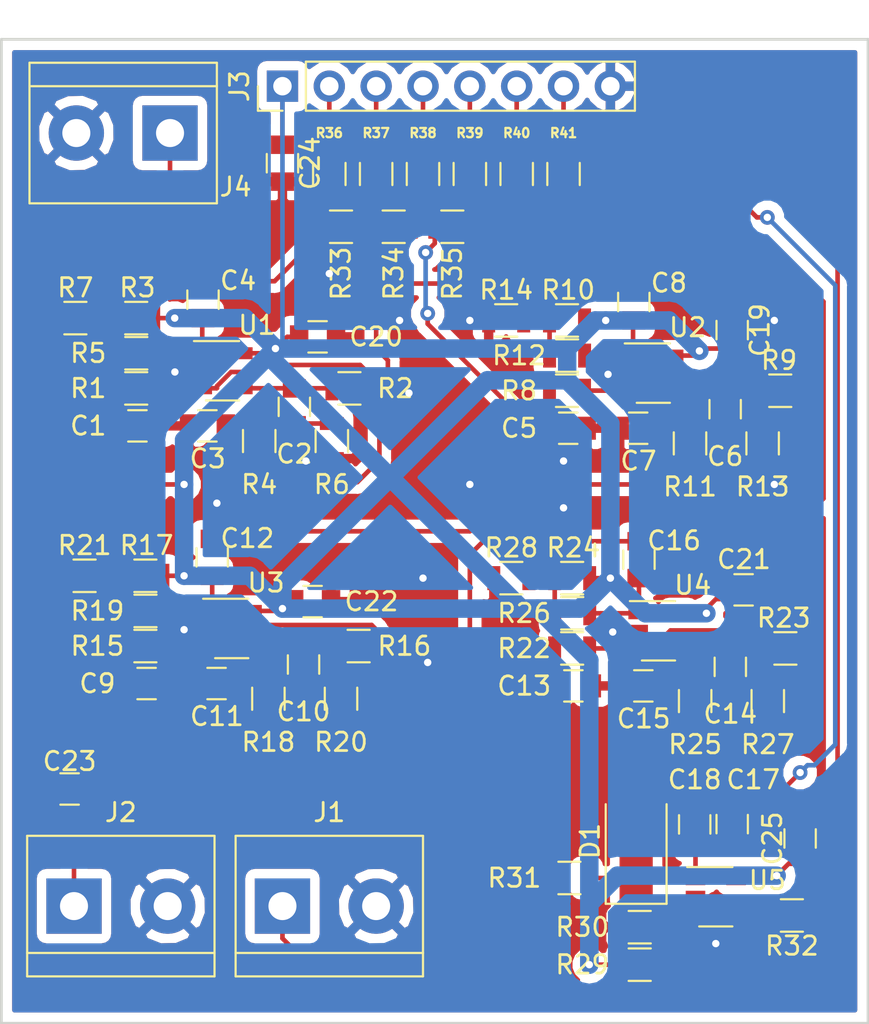
<source format=kicad_pcb>
(kicad_pcb (version 20171130) (host pcbnew "(5.0.0)")
  (layers (0 F.Cu signal) (31 B.Cu signal) (34 B.Paste user) (35 F.Paste user) (36 B.SilkS user) (37 F.SilkS user) (38 B.Mask user) (39 F.Mask user) (44 Edge.Cuts user))
  (net 0 "")
  (net 1 "Net-(C1-Pad1)")
  (net 2 "Net-(R1-Pad1)")
  (net 3 "Net-(C2-Pad2)")
  (net 4 "Net-(R3-Pad1)")
  (net 5 VCC)
  (net 6 INPUT2)
  (net 7 "Net-(C2-Pad1)")
  (net 8 "Net-(C4-Pad1)")
  (net 9 GND)
  (net 10 INPUT1)
  (net 11 "Net-(C5-Pad1)")
  (net 12 "Net-(C6-Pad1)")
  (net 13 "Net-(C6-Pad2)")
  (net 14 "Net-(C8-Pad1)")
  (net 15 "Net-(R8-Pad1)")
  (net 16 "Net-(R10-Pad1)")
  (net 17 "Net-(C9-Pad1)")
  (net 18 "Net-(C10-Pad1)")
  (net 19 "Net-(C10-Pad2)")
  (net 20 "Net-(C12-Pad1)")
  (net 21 "Net-(R15-Pad1)")
  (net 22 "Net-(R17-Pad1)")
  (net 23 "Net-(C13-Pad1)")
  (net 24 "Net-(C14-Pad2)")
  (net 25 "Net-(C14-Pad1)")
  (net 26 "Net-(C16-Pad1)")
  (net 27 "Net-(R22-Pad1)")
  (net 28 "Net-(R24-Pad1)")
  (net 29 INPUT3)
  (net 30 INPUT4)
  (net 31 OUTPUT)
  (net 32 "Net-(R29-Pad1)")
  (net 33 ENVOLPE)
  (net 34 "Net-(J3-Pad7)")
  (net 35 "Net-(J3-Pad6)")
  (net 36 "Net-(J3-Pad5)")
  (net 37 "Net-(J3-Pad4)")
  (net 38 "Net-(J3-Pad3)")
  (net 39 "Net-(J3-Pad2)")
  (net 40 GPIO)
  (module Capacitors_SMD:C_0805 (layer F.Cu) (at 138.947 103.632)
    (fp_text reference C15 (at 0.016 1.778) (layer F.SilkS))
    (fp_text value 1nF)
    (pad 1 smd rect (at -1 0) (size 1 1.25) (layers F.Cu F.Paste F.Mask) (net 9 GND))
    (pad 2 smd rect (at 1 0) (size 1 1.25) (layers F.Cu F.Paste F.Mask) (net 31 OUTPUT))
  )
  (module TO_SOT_Packages_SMD:SOT-23-5 (layer F.Cu) (at 139.768 100.645)
    (fp_text reference U4 (at 1.862 -2.474) (layer F.SilkS))
    (fp_text value LMV321)
    (pad 1 smd rect (at -1.1 -0.95) (size 1.06 0.65) (layers F.Cu F.Paste F.Mask) (net 26 "Net-(C16-Pad1)"))
    (pad 2 smd rect (at -1.1 0) (size 1.06 0.65) (layers F.Cu F.Paste F.Mask) (net 9 GND))
    (pad 3 smd rect (at -1.1 0.95) (size 1.06 0.65) (layers F.Cu F.Paste F.Mask) (net 27 "Net-(R22-Pad1)"))
    (pad 4 smd rect (at 1.1 0.95) (size 1.06 0.65) (layers F.Cu F.Paste F.Mask) (net 24 "Net-(C14-Pad2)"))
    (pad 5 smd rect (at 1.1 -0.95) (size 1.06 0.65) (layers F.Cu F.Paste F.Mask) (net 5 VCC))
  )
  (module Resistors_SMD:R_0805 (layer F.Cu) (at 131.79 97.79)
    (fp_text reference R28 (at 0 -1.65) (layer F.SilkS))
    (fp_text value 10k)
    (pad 1 smd rect (at -0.95 0) (size 0.7 1.3) (layers F.Cu F.Paste F.Mask) (net 9 GND))
    (pad 2 smd rect (at 0.95 0) (size 0.7 1.3) (layers F.Cu F.Paste F.Mask) (net 28 "Net-(R24-Pad1)"))
  )
  (module Resistors_SMD:R_0805 (layer F.Cu) (at 146.649 101.6)
    (fp_text reference R23 (at -0.091 -1.651) (layer F.SilkS))
    (fp_text value 10k)
    (pad 2 smd rect (at 0.95 0) (size 0.7 1.3) (layers F.Cu F.Paste F.Mask) (net 27 "Net-(R22-Pad1)"))
    (pad 1 smd rect (at -0.95 0) (size 0.7 1.3) (layers F.Cu F.Paste F.Mask) (net 24 "Net-(C14-Pad2)"))
  )
  (module Capacitors_SMD:C_0805 (layer F.Cu) (at 135.153 103.632)
    (fp_text reference C13 (at -2.667 0) (layer F.SilkS))
    (fp_text value 1uF)
    (pad 1 smd rect (at -1 0) (size 1 1.25) (layers F.Cu F.Paste F.Mask) (net 23 "Net-(C13-Pad1)"))
    (pad 2 smd rect (at 1 0) (size 1 1.25) (layers F.Cu F.Paste F.Mask) (net 9 GND))
  )
  (module Resistors_SMD:R_0805 (layer F.Cu) (at 145.694 104.455 90)
    (fp_text reference R27 (at -2.352 0 180) (layer F.SilkS))
    (fp_text value 5.6k)
    (pad 2 smd rect (at 0.95 0 90) (size 0.7 1.3) (layers F.Cu F.Paste F.Mask) (net 25 "Net-(C14-Pad1)"))
    (pad 1 smd rect (at -0.95 0 90) (size 0.7 1.3) (layers F.Cu F.Paste F.Mask) (net 9 GND))
  )
  (module Resistors_SMD:R_0805 (layer F.Cu) (at 135.087 97.79)
    (fp_text reference R24 (at 0.066 -1.651) (layer F.SilkS))
    (fp_text value 10k)
    (pad 2 smd rect (at 0.95 0) (size 0.7 1.3) (layers F.Cu F.Paste F.Mask) (net 5 VCC))
    (pad 1 smd rect (at -0.95 0) (size 0.7 1.3) (layers F.Cu F.Paste F.Mask) (net 28 "Net-(R24-Pad1)"))
  )
  (module Capacitors_SMD:C_0805 (layer F.Cu) (at 138.709 96.79 90)
    (fp_text reference C16 (at 1.032 1.905 180) (layer F.SilkS))
    (fp_text value 0.1uF)
    (pad 2 smd rect (at 1 0 90) (size 1 1.25) (layers F.Cu F.Paste F.Mask) (net 30 INPUT4))
    (pad 1 smd rect (at -1 0 90) (size 1 1.25) (layers F.Cu F.Paste F.Mask) (net 26 "Net-(C16-Pad1)"))
  )
  (module Resistors_SMD:R_0805 (layer F.Cu) (at 135.087 101.6 180)
    (fp_text reference R22 (at 2.601 0 180) (layer F.SilkS))
    (fp_text value 1k)
    (pad 1 smd rect (at -0.95 0 180) (size 0.7 1.3) (layers F.Cu F.Paste F.Mask) (net 27 "Net-(R22-Pad1)"))
    (pad 2 smd rect (at 0.95 0 180) (size 0.7 1.3) (layers F.Cu F.Paste F.Mask) (net 23 "Net-(C13-Pad1)"))
  )
  (module Resistors_SMD:R_0805 (layer F.Cu) (at 141.757 104.455 90)
    (fp_text reference R25 (at -2.352 0 180) (layer F.SilkS))
    (fp_text value 5k)
    (pad 1 smd rect (at -0.95 0 90) (size 0.7 1.3) (layers F.Cu F.Paste F.Mask) (net 25 "Net-(C14-Pad1)"))
    (pad 2 smd rect (at 0.95 0 90) (size 0.7 1.3) (layers F.Cu F.Paste F.Mask) (net 31 OUTPUT))
  )
  (module Resistors_SMD:R_0805 (layer F.Cu) (at 135.092 99.695 180)
    (fp_text reference R26 (at 2.606 0 180) (layer F.SilkS))
    (fp_text value 50k)
    (pad 1 smd rect (at -0.95 0 180) (size 0.7 1.3) (layers F.Cu F.Paste F.Mask) (net 26 "Net-(C16-Pad1)"))
    (pad 2 smd rect (at 0.95 0 180) (size 0.7 1.3) (layers F.Cu F.Paste F.Mask) (net 28 "Net-(R24-Pad1)"))
  )
  (module Capacitors_SMD:C_0805 (layer F.Cu) (at 143.662 102.6 90)
    (fp_text reference C14 (at -2.556 0 180) (layer F.SilkS))
    (fp_text value 1nF)
    (pad 2 smd rect (at 1 0 90) (size 1 1.25) (layers F.Cu F.Paste F.Mask) (net 24 "Net-(C14-Pad2)"))
    (pad 1 smd rect (at -1 0 90) (size 1 1.25) (layers F.Cu F.Paste F.Mask) (net 25 "Net-(C14-Pad1)"))
  )
  (module Capacitors_SMD:C_0805 (layer F.Cu) (at 115.808 103.505)
    (fp_text reference C11 (at 0.016 1.778) (layer F.SilkS))
    (fp_text value 1nF)
    (pad 2 smd rect (at 1 0) (size 1 1.25) (layers F.Cu F.Paste F.Mask) (net 30 INPUT4))
    (pad 1 smd rect (at -1 0) (size 1 1.25) (layers F.Cu F.Paste F.Mask) (net 9 GND))
  )
  (module Capacitors_SMD:C_0805 (layer F.Cu) (at 120.523 102.473 90)
    (fp_text reference C10 (at -2.556 0 180) (layer F.SilkS))
    (fp_text value 1nF)
    (pad 1 smd rect (at -1 0 90) (size 1 1.25) (layers F.Cu F.Paste F.Mask) (net 18 "Net-(C10-Pad1)"))
    (pad 2 smd rect (at 1 0 90) (size 1 1.25) (layers F.Cu F.Paste F.Mask) (net 19 "Net-(C10-Pad2)"))
  )
  (module Resistors_SMD:R_0805 (layer F.Cu) (at 111.953 99.568 180)
    (fp_text reference R19 (at 2.606 0 180) (layer F.SilkS))
    (fp_text value 50k)
    (pad 2 smd rect (at 0.95 0 180) (size 0.7 1.3) (layers F.Cu F.Paste F.Mask) (net 22 "Net-(R17-Pad1)"))
    (pad 1 smd rect (at -0.95 0 180) (size 0.7 1.3) (layers F.Cu F.Paste F.Mask) (net 20 "Net-(C12-Pad1)"))
  )
  (module Capacitors_SMD:C_0805 (layer F.Cu) (at 112.014 103.505)
    (fp_text reference C9 (at -2.667 0) (layer F.SilkS))
    (fp_text value 1uF)
    (pad 2 smd rect (at 1 0) (size 1 1.25) (layers F.Cu F.Paste F.Mask) (net 9 GND))
    (pad 1 smd rect (at -1 0) (size 1 1.25) (layers F.Cu F.Paste F.Mask) (net 17 "Net-(C9-Pad1)"))
  )
  (module Resistors_SMD:R_0805 (layer F.Cu) (at 111.948 101.473 180)
    (fp_text reference R15 (at 2.601 0 180) (layer F.SilkS))
    (fp_text value 1k)
    (pad 2 smd rect (at 0.95 0 180) (size 0.7 1.3) (layers F.Cu F.Paste F.Mask) (net 17 "Net-(C9-Pad1)"))
    (pad 1 smd rect (at -0.95 0 180) (size 0.7 1.3) (layers F.Cu F.Paste F.Mask) (net 21 "Net-(R15-Pad1)"))
  )
  (module Resistors_SMD:R_0805 (layer F.Cu) (at 118.618 104.328 90)
    (fp_text reference R18 (at -2.352 0 180) (layer F.SilkS))
    (fp_text value 5k)
    (pad 2 smd rect (at 0.95 0 90) (size 0.7 1.3) (layers F.Cu F.Paste F.Mask) (net 30 INPUT4))
    (pad 1 smd rect (at -0.95 0 90) (size 0.7 1.3) (layers F.Cu F.Paste F.Mask) (net 18 "Net-(C10-Pad1)"))
  )
  (module Resistors_SMD:R_0805 (layer F.Cu) (at 108.651 97.663)
    (fp_text reference R21 (at 0 -1.65) (layer F.SilkS))
    (fp_text value 10k)
    (pad 2 smd rect (at 0.95 0) (size 0.7 1.3) (layers F.Cu F.Paste F.Mask) (net 22 "Net-(R17-Pad1)"))
    (pad 1 smd rect (at -0.95 0) (size 0.7 1.3) (layers F.Cu F.Paste F.Mask) (net 9 GND))
  )
  (module Resistors_SMD:R_0805 (layer F.Cu) (at 122.555 104.328 90)
    (fp_text reference R20 (at -2.352 0 180) (layer F.SilkS))
    (fp_text value 5.6k)
    (pad 1 smd rect (at -0.95 0 90) (size 0.7 1.3) (layers F.Cu F.Paste F.Mask) (net 9 GND))
    (pad 2 smd rect (at 0.95 0 90) (size 0.7 1.3) (layers F.Cu F.Paste F.Mask) (net 18 "Net-(C10-Pad1)"))
  )
  (module Resistors_SMD:R_0805 (layer F.Cu) (at 111.948 97.663)
    (fp_text reference R17 (at 0.066 -1.651) (layer F.SilkS))
    (fp_text value 10k)
    (pad 1 smd rect (at -0.95 0) (size 0.7 1.3) (layers F.Cu F.Paste F.Mask) (net 22 "Net-(R17-Pad1)"))
    (pad 2 smd rect (at 0.95 0) (size 0.7 1.3) (layers F.Cu F.Paste F.Mask) (net 5 VCC))
  )
  (module Capacitors_SMD:C_0805 (layer F.Cu) (at 115.57 96.663 90)
    (fp_text reference C12 (at 1.032 1.905 180) (layer F.SilkS))
    (fp_text value 0.1uF)
    (pad 1 smd rect (at -1 0 90) (size 1 1.25) (layers F.Cu F.Paste F.Mask) (net 20 "Net-(C12-Pad1)"))
    (pad 2 smd rect (at 1 0 90) (size 1 1.25) (layers F.Cu F.Paste F.Mask) (net 29 INPUT3))
  )
  (module Resistors_SMD:R_0805 (layer F.Cu) (at 123.51 101.473)
    (fp_text reference R16 (at 2.479 0) (layer F.SilkS))
    (fp_text value 10k)
    (pad 1 smd rect (at -0.95 0) (size 0.7 1.3) (layers F.Cu F.Paste F.Mask) (net 19 "Net-(C10-Pad2)"))
    (pad 2 smd rect (at 0.95 0) (size 0.7 1.3) (layers F.Cu F.Paste F.Mask) (net 21 "Net-(R15-Pad1)"))
  )
  (module TO_SOT_Packages_SMD:SOT-23-5 (layer F.Cu) (at 116.629 100.518)
    (fp_text reference U3 (at 1.862 -2.474) (layer F.SilkS))
    (fp_text value LMV321)
    (pad 5 smd rect (at 1.1 -0.95) (size 1.06 0.65) (layers F.Cu F.Paste F.Mask) (net 5 VCC))
    (pad 4 smd rect (at 1.1 0.95) (size 1.06 0.65) (layers F.Cu F.Paste F.Mask) (net 19 "Net-(C10-Pad2)"))
    (pad 3 smd rect (at -1.1 0.95) (size 1.06 0.65) (layers F.Cu F.Paste F.Mask) (net 21 "Net-(R15-Pad1)"))
    (pad 2 smd rect (at -1.1 0) (size 1.06 0.65) (layers F.Cu F.Paste F.Mask) (net 9 GND))
    (pad 1 smd rect (at -1.1 -0.95) (size 1.06 0.65) (layers F.Cu F.Paste F.Mask) (net 20 "Net-(C12-Pad1)"))
  )
  (module Capacitors_SMD:C_0805 (layer F.Cu) (at 138.668 89.662)
    (fp_text reference C7 (at 0.016 1.778) (layer F.SilkS))
    (fp_text value 1nF)
    (pad 1 smd rect (at -1 0) (size 1 1.25) (layers F.Cu F.Paste F.Mask) (net 9 GND))
    (pad 2 smd rect (at 1 0) (size 1 1.25) (layers F.Cu F.Paste F.Mask) (net 29 INPUT3))
  )
  (module Capacitors_SMD:C_0805 (layer F.Cu) (at 143.383 88.63 90)
    (fp_text reference C6 (at -2.556 0 180) (layer F.SilkS))
    (fp_text value 1nF)
    (pad 2 smd rect (at 1 0 90) (size 1 1.25) (layers F.Cu F.Paste F.Mask) (net 13 "Net-(C6-Pad2)"))
    (pad 1 smd rect (at -1 0 90) (size 1 1.25) (layers F.Cu F.Paste F.Mask) (net 12 "Net-(C6-Pad1)"))
  )
  (module Capacitors_SMD:C_0805 (layer F.Cu) (at 138.43 82.82 90)
    (fp_text reference C8 (at 1.032 1.905 180) (layer F.SilkS))
    (fp_text value 0.1uF)
    (pad 2 smd rect (at 1 0 90) (size 1 1.25) (layers F.Cu F.Paste F.Mask) (net 6 INPUT2))
    (pad 1 smd rect (at -1 0 90) (size 1 1.25) (layers F.Cu F.Paste F.Mask) (net 14 "Net-(C8-Pad1)"))
  )
  (module Capacitors_SMD:C_0805 (layer F.Cu) (at 134.874 89.662)
    (fp_text reference C5 (at -2.667 0) (layer F.SilkS))
    (fp_text value 1uF)
    (pad 1 smd rect (at -1 0) (size 1 1.25) (layers F.Cu F.Paste F.Mask) (net 11 "Net-(C5-Pad1)"))
    (pad 2 smd rect (at 1 0) (size 1 1.25) (layers F.Cu F.Paste F.Mask) (net 9 GND))
  )
  (module TO_SOT_Packages_SMD:SOT-23-5 (layer F.Cu) (at 139.489 86.675)
    (fp_text reference U2 (at 1.862 -2.474) (layer F.SilkS))
    (fp_text value LMV321)
    (pad 1 smd rect (at -1.1 -0.95) (size 1.06 0.65) (layers F.Cu F.Paste F.Mask) (net 14 "Net-(C8-Pad1)"))
    (pad 2 smd rect (at -1.1 0) (size 1.06 0.65) (layers F.Cu F.Paste F.Mask) (net 9 GND))
    (pad 3 smd rect (at -1.1 0.95) (size 1.06 0.65) (layers F.Cu F.Paste F.Mask) (net 15 "Net-(R8-Pad1)"))
    (pad 4 smd rect (at 1.1 0.95) (size 1.06 0.65) (layers F.Cu F.Paste F.Mask) (net 13 "Net-(C6-Pad2)"))
    (pad 5 smd rect (at 1.1 -0.95) (size 1.06 0.65) (layers F.Cu F.Paste F.Mask) (net 5 VCC))
  )
  (module Resistors_SMD:R_0805 (layer F.Cu) (at 131.511 83.82)
    (fp_text reference R14 (at 0 -1.65) (layer F.SilkS))
    (fp_text value 10k)
    (pad 1 smd rect (at -0.95 0) (size 0.7 1.3) (layers F.Cu F.Paste F.Mask) (net 9 GND))
    (pad 2 smd rect (at 0.95 0) (size 0.7 1.3) (layers F.Cu F.Paste F.Mask) (net 16 "Net-(R10-Pad1)"))
  )
  (module Resistors_SMD:R_0805 (layer F.Cu) (at 134.808 83.82)
    (fp_text reference R10 (at 0.066 -1.651) (layer F.SilkS))
    (fp_text value 10k)
    (pad 2 smd rect (at 0.95 0) (size 0.7 1.3) (layers F.Cu F.Paste F.Mask) (net 5 VCC))
    (pad 1 smd rect (at -0.95 0) (size 0.7 1.3) (layers F.Cu F.Paste F.Mask) (net 16 "Net-(R10-Pad1)"))
  )
  (module Resistors_SMD:R_0805 (layer F.Cu) (at 141.478 90.485 90)
    (fp_text reference R11 (at -2.352 0 180) (layer F.SilkS))
    (fp_text value 5k)
    (pad 1 smd rect (at -0.95 0 90) (size 0.7 1.3) (layers F.Cu F.Paste F.Mask) (net 12 "Net-(C6-Pad1)"))
    (pad 2 smd rect (at 0.95 0 90) (size 0.7 1.3) (layers F.Cu F.Paste F.Mask) (net 29 INPUT3))
  )
  (module Resistors_SMD:R_0805 (layer F.Cu) (at 134.808 87.63 180)
    (fp_text reference R8 (at 2.601 0 180) (layer F.SilkS))
    (fp_text value 1k)
    (pad 1 smd rect (at -0.95 0 180) (size 0.7 1.3) (layers F.Cu F.Paste F.Mask) (net 15 "Net-(R8-Pad1)"))
    (pad 2 smd rect (at 0.95 0 180) (size 0.7 1.3) (layers F.Cu F.Paste F.Mask) (net 11 "Net-(C5-Pad1)"))
  )
  (module Resistors_SMD:R_0805 (layer F.Cu) (at 146.37 87.63)
    (fp_text reference R9 (at -0.066 -1.651) (layer F.SilkS))
    (fp_text value 10k)
    (pad 2 smd rect (at 0.95 0) (size 0.7 1.3) (layers F.Cu F.Paste F.Mask) (net 15 "Net-(R8-Pad1)"))
    (pad 1 smd rect (at -0.95 0) (size 0.7 1.3) (layers F.Cu F.Paste F.Mask) (net 13 "Net-(C6-Pad2)"))
  )
  (module Resistors_SMD:R_0805 (layer F.Cu) (at 134.813 85.725 180)
    (fp_text reference R12 (at 2.606 0 180) (layer F.SilkS))
    (fp_text value 50k)
    (pad 1 smd rect (at -0.95 0 180) (size 0.7 1.3) (layers F.Cu F.Paste F.Mask) (net 14 "Net-(C8-Pad1)"))
    (pad 2 smd rect (at 0.95 0 180) (size 0.7 1.3) (layers F.Cu F.Paste F.Mask) (net 16 "Net-(R10-Pad1)"))
  )
  (module Resistors_SMD:R_0805 (layer F.Cu) (at 145.415 90.485 90)
    (fp_text reference R13 (at -2.352 0 180) (layer F.SilkS))
    (fp_text value 5.6k)
    (pad 2 smd rect (at 0.95 0 90) (size 0.7 1.3) (layers F.Cu F.Paste F.Mask) (net 12 "Net-(C6-Pad1)"))
    (pad 1 smd rect (at -0.95 0 90) (size 0.7 1.3) (layers F.Cu F.Paste F.Mask) (net 9 GND))
  )
  (module Resistors_SMD:R_0805 (layer F.Cu) (at 111.45 87.503 180)
    (fp_text reference R1 (at 2.601 0 180) (layer F.SilkS))
    (fp_text value 1k)
    (pad 2 smd rect (at 0.95 0 180) (size 0.7 1.3) (layers F.Cu F.Paste F.Mask) (net 1 "Net-(C1-Pad1)"))
    (pad 1 smd rect (at -0.95 0 180) (size 0.7 1.3) (layers F.Cu F.Paste F.Mask) (net 2 "Net-(R1-Pad1)"))
  )
  (module Resistors_SMD:R_0805 (layer F.Cu) (at 123.012 87.503)
    (fp_text reference R2 (at 2.479 0) (layer F.SilkS))
    (fp_text value 10k)
    (pad 1 smd rect (at -0.95 0) (size 0.7 1.3) (layers F.Cu F.Paste F.Mask) (net 3 "Net-(C2-Pad2)"))
    (pad 2 smd rect (at 0.95 0) (size 0.7 1.3) (layers F.Cu F.Paste F.Mask) (net 2 "Net-(R1-Pad1)"))
  )
  (module Resistors_SMD:R_0805 (layer F.Cu) (at 111.45 83.693)
    (fp_text reference R3 (at 0.066 -1.651) (layer F.SilkS))
    (fp_text value 10k)
    (pad 1 smd rect (at -0.95 0) (size 0.7 1.3) (layers F.Cu F.Paste F.Mask) (net 4 "Net-(R3-Pad1)"))
    (pad 2 smd rect (at 0.95 0) (size 0.7 1.3) (layers F.Cu F.Paste F.Mask) (net 5 VCC))
  )
  (module Resistors_SMD:R_0805 (layer F.Cu) (at 118.12 90.358 90)
    (fp_text reference R4 (at -2.352 0 180) (layer F.SilkS))
    (fp_text value 5k)
    (pad 2 smd rect (at 0.95 0 90) (size 0.7 1.3) (layers F.Cu F.Paste F.Mask) (net 6 INPUT2))
    (pad 1 smd rect (at -0.95 0 90) (size 0.7 1.3) (layers F.Cu F.Paste F.Mask) (net 7 "Net-(C2-Pad1)"))
  )
  (module Resistors_SMD:R_0805 (layer F.Cu) (at 111.455 85.598 180)
    (fp_text reference R5 (at 2.606 0 180) (layer F.SilkS))
    (fp_text value 50k)
    (pad 2 smd rect (at 0.95 0 180) (size 0.7 1.3) (layers F.Cu F.Paste F.Mask) (net 4 "Net-(R3-Pad1)"))
    (pad 1 smd rect (at -0.95 0 180) (size 0.7 1.3) (layers F.Cu F.Paste F.Mask) (net 8 "Net-(C4-Pad1)"))
  )
  (module Resistors_SMD:R_0805 (layer F.Cu) (at 122.057 90.358 90)
    (fp_text reference R6 (at -2.352 0 180) (layer F.SilkS))
    (fp_text value 5.6k)
    (pad 1 smd rect (at -0.95 0 90) (size 0.7 1.3) (layers F.Cu F.Paste F.Mask) (net 9 GND))
    (pad 2 smd rect (at 0.95 0 90) (size 0.7 1.3) (layers F.Cu F.Paste F.Mask) (net 7 "Net-(C2-Pad1)"))
  )
  (module Resistors_SMD:R_0805 (layer F.Cu) (at 108.153 83.693)
    (fp_text reference R7 (at 0 -1.65) (layer F.SilkS))
    (fp_text value 10k)
    (pad 2 smd rect (at 0.95 0) (size 0.7 1.3) (layers F.Cu F.Paste F.Mask) (net 4 "Net-(R3-Pad1)"))
    (pad 1 smd rect (at -0.95 0) (size 0.7 1.3) (layers F.Cu F.Paste F.Mask) (net 9 GND))
  )
  (module TO_SOT_Packages_SMD:SOT-23-5 (layer F.Cu) (at 116.131 86.548)
    (fp_text reference U1 (at 1.862 -2.474) (layer F.SilkS))
    (fp_text value LMV321)
    (pad 5 smd rect (at 1.1 -0.95) (size 1.06 0.65) (layers F.Cu F.Paste F.Mask) (net 5 VCC))
    (pad 4 smd rect (at 1.1 0.95) (size 1.06 0.65) (layers F.Cu F.Paste F.Mask) (net 3 "Net-(C2-Pad2)"))
    (pad 3 smd rect (at -1.1 0.95) (size 1.06 0.65) (layers F.Cu F.Paste F.Mask) (net 2 "Net-(R1-Pad1)"))
    (pad 2 smd rect (at -1.1 0) (size 1.06 0.65) (layers F.Cu F.Paste F.Mask) (net 9 GND))
    (pad 1 smd rect (at -1.1 -0.95) (size 1.06 0.65) (layers F.Cu F.Paste F.Mask) (net 8 "Net-(C4-Pad1)"))
  )
  (module Capacitors_SMD:C_0805 (layer F.Cu) (at 111.516 89.535)
    (fp_text reference C1 (at -2.667 0) (layer F.SilkS))
    (fp_text value 1uF)
    (pad 2 smd rect (at 1 0) (size 1 1.25) (layers F.Cu F.Paste F.Mask) (net 9 GND))
    (pad 1 smd rect (at -1 0) (size 1 1.25) (layers F.Cu F.Paste F.Mask) (net 1 "Net-(C1-Pad1)"))
  )
  (module Capacitors_SMD:C_0805 (layer F.Cu) (at 120.025 88.503 90)
    (fp_text reference C2 (at -2.556 0 180) (layer F.SilkS))
    (fp_text value 1nF)
    (pad 1 smd rect (at -1 0 90) (size 1 1.25) (layers F.Cu F.Paste F.Mask) (net 7 "Net-(C2-Pad1)"))
    (pad 2 smd rect (at 1 0 90) (size 1 1.25) (layers F.Cu F.Paste F.Mask) (net 3 "Net-(C2-Pad2)"))
  )
  (module Capacitors_SMD:C_0805 (layer F.Cu) (at 115.31 89.535)
    (fp_text reference C3 (at 0.016 1.778) (layer F.SilkS))
    (fp_text value 1nF)
    (pad 2 smd rect (at 1 0) (size 1 1.25) (layers F.Cu F.Paste F.Mask) (net 6 INPUT2))
    (pad 1 smd rect (at -1 0) (size 1 1.25) (layers F.Cu F.Paste F.Mask) (net 9 GND))
  )
  (module Capacitors_SMD:C_0805 (layer F.Cu) (at 115.072 82.693 90)
    (fp_text reference C4 (at 1.032 1.905 180) (layer F.SilkS))
    (fp_text value 0.1uF)
    (pad 1 smd rect (at -1 0 90) (size 1 1.25) (layers F.Cu F.Paste F.Mask) (net 8 "Net-(C4-Pad1)"))
    (pad 2 smd rect (at 1 0 90) (size 1 1.25) (layers F.Cu F.Paste F.Mask) (net 10 INPUT1))
  )
  (module Capacitors_SMD:C_0805 (layer F.Cu) (at 143.764 111.125 270)
    (fp_text reference C17 (at -2.413 -1.143) (layer F.SilkS))
    (fp_text value 1nF)
    (pad 1 smd rect (at -1 0 270) (size 1 1.25) (layers F.Cu F.Paste F.Mask) (net 9 GND))
    (pad 2 smd rect (at 1 0 270) (size 1 1.25) (layers F.Cu F.Paste F.Mask) (net 33 ENVOLPE))
  )
  (module Capacitors_SMD:C_0805 (layer F.Cu) (at 141.732 111.141 270)
    (fp_text reference C18 (at -2.429 0 180) (layer F.SilkS))
    (fp_text value 0.1uF)
    (pad 2 smd rect (at 1 0 270) (size 1 1.25) (layers F.Cu F.Paste F.Mask) (net 33 ENVOLPE))
    (pad 1 smd rect (at -1 0 270) (size 1 1.25) (layers F.Cu F.Paste F.Mask) (net 9 GND))
  )
  (module Diodes_SMD:D_SMA (layer F.Cu) (at 138.557 112.046 90)
    (fp_text reference D1 (at 0 -2.5 90) (layer F.SilkS))
    (fp_text value D)
    (pad 2 smd rect (at 2 0 90) (size 2.5 1.8) (layers F.Cu F.Paste F.Mask) (net 31 OUTPUT))
    (pad 1 smd rect (at -2 0 90) (size 2.5 1.8) (layers F.Cu F.Paste F.Mask) (net 33 ENVOLPE))
  )
  (module Resistors_SMD:R_0805 (layer F.Cu) (at 138.75 118.745 180)
    (fp_text reference R29 (at 3.114 0 180) (layer F.SilkS))
    (fp_text value 70k)
    (pad 2 smd rect (at 0.95 0 180) (size 0.7 1.3) (layers F.Cu F.Paste F.Mask) (net 5 VCC))
    (pad 1 smd rect (at -0.95 0 180) (size 0.7 1.3) (layers F.Cu F.Paste F.Mask) (net 32 "Net-(R29-Pad1)"))
  )
  (module Resistors_SMD:R_0805 (layer F.Cu) (at 138.75 116.713)
    (fp_text reference R30 (at -3.114 0) (layer F.SilkS))
    (fp_text value 100k)
    (pad 1 smd rect (at -0.95 0) (size 0.7 1.3) (layers F.Cu F.Paste F.Mask) (net 9 GND))
    (pad 2 smd rect (at 0.95 0) (size 0.7 1.3) (layers F.Cu F.Paste F.Mask) (net 32 "Net-(R29-Pad1)"))
  )
  (module Resistors_SMD:R_0805 (layer F.Cu) (at 134.94 114.046)
    (fp_text reference R31 (at -2.987 0) (layer F.SilkS))
    (fp_text value 100k)
    (pad 2 smd rect (at 0.95 0) (size 0.7 1.3) (layers F.Cu F.Paste F.Mask) (net 33 ENVOLPE))
    (pad 1 smd rect (at -0.95 0) (size 0.7 1.3) (layers F.Cu F.Paste F.Mask) (net 9 GND))
  )
  (module Resistors_SMD:R_0805 (layer F.Cu) (at 147 116.078 180)
    (fp_text reference R32 (at 0 -1.65 180) (layer F.SilkS))
    (fp_text value 100k)
    (pad 1 smd rect (at -0.95 0 180) (size 0.7 1.3) (layers F.Cu F.Paste F.Mask) (net 9 GND))
    (pad 2 smd rect (at 0.95 0 180) (size 0.7 1.3) (layers F.Cu F.Paste F.Mask) (net 40 GPIO))
  )
  (module TO_SOT_Packages_SMD:SOT-23-5 (layer F.Cu) (at 142.875 115.062)
    (fp_text reference U5 (at 2.794 -0.889) (layer F.SilkS))
    (fp_text value LMV321)
    (pad 5 smd rect (at 1.1 -0.95) (size 1.06 0.65) (layers F.Cu F.Paste F.Mask) (net 5 VCC))
    (pad 4 smd rect (at 1.1 0.95) (size 1.06 0.65) (layers F.Cu F.Paste F.Mask) (net 40 GPIO))
    (pad 3 smd rect (at -1.1 0.95) (size 1.06 0.65) (layers F.Cu F.Paste F.Mask) (net 32 "Net-(R29-Pad1)"))
    (pad 2 smd rect (at -1.1 0) (size 1.06 0.65) (layers F.Cu F.Paste F.Mask) (net 9 GND))
    (pad 1 smd rect (at -1.1 -0.95) (size 1.06 0.65) (layers F.Cu F.Paste F.Mask) (net 33 ENVOLPE))
  )
  (module Capacitors_SMD:C_0805 (layer F.Cu) (at 143.764 84.344 270)
    (fp_text reference C19 (at 0 -1.5 270) (layer F.SilkS))
    (fp_text value 1nF)
    (pad 2 smd rect (at 1 0 270) (size 1 1.25) (layers F.Cu F.Paste F.Mask) (net 5 VCC))
    (pad 1 smd rect (at -1 0 270) (size 1 1.25) (layers F.Cu F.Paste F.Mask) (net 9 GND))
  )
  (module Capacitors_SMD:C_0805 (layer F.Cu) (at 121.285 84.709 180)
    (fp_text reference C20 (at -3.175 0 180) (layer F.SilkS))
    (fp_text value 1nF)
    (pad 1 smd rect (at -1 0 180) (size 1 1.25) (layers F.Cu F.Paste F.Mask) (net 9 GND))
    (pad 2 smd rect (at 1 0 180) (size 1 1.25) (layers F.Cu F.Paste F.Mask) (net 5 VCC))
  )
  (module Capacitors_SMD:C_0805 (layer F.Cu) (at 144.383 98.425 180)
    (fp_text reference C21 (at -0.016 1.651 180) (layer F.SilkS))
    (fp_text value 1nF)
    (pad 2 smd rect (at 1 0 180) (size 1 1.25) (layers F.Cu F.Paste F.Mask) (net 5 VCC))
    (pad 1 smd rect (at -1 0 180) (size 1 1.25) (layers F.Cu F.Paste F.Mask) (net 9 GND))
  )
  (module Capacitors_SMD:C_0805 (layer F.Cu) (at 121.015 99.06 180)
    (fp_text reference C22 (at -3.191 0 180) (layer F.SilkS))
    (fp_text value 1nF)
    (pad 2 smd rect (at 1 0 180) (size 1 1.25) (layers F.Cu F.Paste F.Mask) (net 5 VCC))
    (pad 1 smd rect (at -1 0 180) (size 1 1.25) (layers F.Cu F.Paste F.Mask) (net 9 GND))
  )
  (module Capacitors_SMD:C_0805 (layer F.Cu) (at 107.839 109.22)
    (fp_text reference C23 (at 0 -1.5) (layer F.SilkS))
    (fp_text value 0.1uF)
    (pad 1 smd rect (at -1 0) (size 1 1.25) (layers F.Cu F.Paste F.Mask) (net 5 VCC))
    (pad 2 smd rect (at 1 0) (size 1 1.25) (layers F.Cu F.Paste F.Mask) (net 9 GND))
  )
  (module Capacitors_SMD:C_0805 (layer F.Cu) (at 119.38 75.295 270)
    (fp_text reference C24 (at 0 -1.5 270) (layer F.SilkS))
    (fp_text value 0.1uF)
    (pad 2 smd rect (at 1 0 270) (size 1 1.25) (layers F.Cu F.Paste F.Mask) (net 9 GND))
    (pad 1 smd rect (at -1 0 270) (size 1 1.25) (layers F.Cu F.Paste F.Mask) (net 5 VCC))
  )
  (module Capacitors_SMD:C_0805 (layer F.Cu) (at 147.447 111.903 90)
    (fp_text reference C25 (at 0 -1.5 90) (layer F.SilkS))
    (fp_text value 0.1uF)
    (pad 1 smd rect (at -1 0 90) (size 1 1.25) (layers F.Cu F.Paste F.Mask) (net 5 VCC))
    (pad 2 smd rect (at 1 0 90) (size 1 1.25) (layers F.Cu F.Paste F.Mask) (net 9 GND))
  )
  (module Connectors_Terminal_Blocks:TerminalBlock_bornier-2_P5.08mm (layer F.Cu) (at 108.077 115.57)
    (fp_text reference J2 (at 2.54 -5.08) (layer F.SilkS))
    (fp_text value Conn_01x02)
    (pad 1 thru_hole rect (at 0 0) (size 3 3) (drill 1.52) (layers *.Cu *.Mask) (net 5 VCC))
    (pad 2 thru_hole circle (at 5.08 0) (size 3 3) (drill 1.52) (layers *.Cu *.Mask) (net 9 GND))
  )
  (module Pin_Headers:Pin_Header_Straight_1x08_Pitch2.54mm (layer F.Cu) (at 119.38 71.12 90)
    (fp_text reference J3 (at 0 -2.33 90) (layer F.SilkS))
    (fp_text value Conn_01x06)
    (pad 8 thru_hole oval (at 0 17.78 90) (size 1.7 1.7) (drill 1) (layers *.Cu *.Mask) (net 9 GND))
    (pad 7 thru_hole oval (at 0 15.24 90) (size 1.7 1.7) (drill 1) (layers *.Cu *.Mask) (net 34 "Net-(J3-Pad7)"))
    (pad 6 thru_hole oval (at 0 12.7 90) (size 1.7 1.7) (drill 1) (layers *.Cu *.Mask) (net 35 "Net-(J3-Pad6)"))
    (pad 5 thru_hole oval (at 0 10.16 90) (size 1.7 1.7) (drill 1) (layers *.Cu *.Mask) (net 36 "Net-(J3-Pad5)"))
    (pad 4 thru_hole oval (at 0 7.62 90) (size 1.7 1.7) (drill 1) (layers *.Cu *.Mask) (net 37 "Net-(J3-Pad4)"))
    (pad 3 thru_hole oval (at 0 5.08 90) (size 1.7 1.7) (drill 1) (layers *.Cu *.Mask) (net 38 "Net-(J3-Pad3)"))
    (pad 2 thru_hole oval (at 0 2.54 90) (size 1.7 1.7) (drill 1) (layers *.Cu *.Mask) (net 39 "Net-(J3-Pad2)"))
    (pad 1 thru_hole rect (at 0 0 90) (size 1.7 1.7) (drill 1) (layers *.Cu *.Mask) (net 5 VCC))
  )
  (module Connectors_Terminal_Blocks:TerminalBlock_bornier-2_P5.08mm (layer F.Cu) (at 113.284 73.66 180)
    (fp_text reference J4 (at -3.556 -2.921 180) (layer F.SilkS))
    (fp_text value Conn_01x02)
    (pad 2 thru_hole circle (at 5.08 0 180) (size 3 3) (drill 1.52) (layers *.Cu *.Mask) (net 9 GND))
    (pad 1 thru_hole rect (at 0 0 180) (size 3 3) (drill 1.52) (layers *.Cu *.Mask) (net 10 INPUT1))
  )
  (module Resistors_SMD:R_0805 (layer F.Cu) (at 122.555 78.74 180)
    (fp_text reference R33 (at 0 -2.54 270) (layer F.SilkS))
    (fp_text value 0)
    (pad 2 smd rect (at 0.95 0 180) (size 0.7 1.3) (layers F.Cu F.Paste F.Mask) (net 10 INPUT1))
    (pad 1 smd rect (at -0.95 0 180) (size 0.7 1.3) (layers F.Cu F.Paste F.Mask) (net 6 INPUT2))
  )
  (module Resistors_SMD:R_0805 (layer F.Cu) (at 125.41 78.74 180)
    (fp_text reference R34 (at 0 -2.54 270) (layer F.SilkS))
    (fp_text value 0)
    (pad 1 smd rect (at -0.95 0 180) (size 0.7 1.3) (layers F.Cu F.Paste F.Mask) (net 29 INPUT3))
    (pad 2 smd rect (at 0.95 0 180) (size 0.7 1.3) (layers F.Cu F.Paste F.Mask) (net 6 INPUT2))
  )
  (module Resistors_SMD:R_0805 (layer F.Cu) (at 128.59 78.74 180)
    (fp_text reference R35 (at 0 -2.54 270) (layer F.SilkS))
    (fp_text value 0)
    (pad 2 smd rect (at 0.95 0 180) (size 0.7 1.3) (layers F.Cu F.Paste F.Mask) (net 29 INPUT3))
    (pad 1 smd rect (at -0.95 0 180) (size 0.7 1.3) (layers F.Cu F.Paste F.Mask) (net 30 INPUT4))
  )
  (module Resistors_SMD:R_0805 (layer F.Cu) (at 121.92 75.88 270)
    (fp_text reference R36 (at -2.22 0) (layer F.SilkS) (effects (font (size 0.5 0.5) (thickness 0.125))))
    (fp_text value 1k)
    (pad 1 smd rect (at -0.95 0 270) (size 0.7 1.3) (layers F.Cu F.Paste F.Mask) (net 39 "Net-(J3-Pad2)"))
    (pad 2 smd rect (at 0.95 0 270) (size 0.7 1.3) (layers F.Cu F.Paste F.Mask) (net 10 INPUT1))
  )
  (module Resistors_SMD:R_0805 (layer F.Cu) (at 124.46 75.88 270)
    (fp_text reference R37 (at -2.22 0) (layer F.SilkS) (effects (font (size 0.5 0.5) (thickness 0.125))))
    (fp_text value 1k)
    (pad 2 smd rect (at 0.95 0 270) (size 0.7 1.3) (layers F.Cu F.Paste F.Mask) (net 6 INPUT2))
    (pad 1 smd rect (at -0.95 0 270) (size 0.7 1.3) (layers F.Cu F.Paste F.Mask) (net 38 "Net-(J3-Pad3)"))
  )
  (module Resistors_SMD:R_0805 (layer F.Cu) (at 127 75.88 270)
    (fp_text reference R38 (at -2.22 0) (layer F.SilkS) (effects (font (size 0.5 0.5) (thickness 0.125))))
    (fp_text value 1k)
    (pad 1 smd rect (at -0.95 0 270) (size 0.7 1.3) (layers F.Cu F.Paste F.Mask) (net 37 "Net-(J3-Pad4)"))
    (pad 2 smd rect (at 0.95 0 270) (size 0.7 1.3) (layers F.Cu F.Paste F.Mask) (net 29 INPUT3))
  )
  (module Resistors_SMD:R_0805 (layer F.Cu) (at 129.54 75.88 270)
    (fp_text reference R39 (at -2.22 0) (layer F.SilkS) (effects (font (size 0.5 0.5) (thickness 0.125))))
    (fp_text value 1k)
    (pad 2 smd rect (at 0.95 0 270) (size 0.7 1.3) (layers F.Cu F.Paste F.Mask) (net 30 INPUT4))
    (pad 1 smd rect (at -0.95 0 270) (size 0.7 1.3) (layers F.Cu F.Paste F.Mask) (net 36 "Net-(J3-Pad5)"))
  )
  (module Resistors_SMD:R_0805 (layer F.Cu) (at 132.08 75.88 270)
    (fp_text reference R40 (at -2.22 0) (layer F.SilkS) (effects (font (size 0.5 0.5) (thickness 0.125))))
    (fp_text value 1k)
    (pad 2 smd rect (at 0.95 0 270) (size 0.7 1.3) (layers F.Cu F.Paste F.Mask) (net 33 ENVOLPE))
    (pad 1 smd rect (at -0.95 0 270) (size 0.7 1.3) (layers F.Cu F.Paste F.Mask) (net 35 "Net-(J3-Pad6)"))
  )
  (module Resistors_SMD:R_0805 (layer F.Cu) (at 134.62 75.88 270)
    (fp_text reference R41 (at -2.22 0) (layer F.SilkS) (effects (font (size 0.5 0.5) (thickness 0.125))))
    (fp_text value 1k)
    (pad 1 smd rect (at -0.95 0 270) (size 0.7 1.3) (layers F.Cu F.Paste F.Mask) (net 34 "Net-(J3-Pad7)"))
    (pad 2 smd rect (at 0.95 0 270) (size 0.7 1.3) (layers F.Cu F.Paste F.Mask) (net 40 GPIO))
  )
  (module Connectors_Terminal_Blocks:TerminalBlock_bornier-2_P5.08mm (layer F.Cu) (at 119.38 115.57)
    (fp_text reference J1 (at 2.54 -5.08) (layer F.SilkS))
    (fp_text value Conn_01x02)
    (pad 2 thru_hole circle (at 5.08 0) (size 3 3) (drill 1.52) (layers *.Cu *.Mask) (net 9 GND))
    (pad 1 thru_hole rect (at 0 0) (size 3 3) (drill 1.52) (layers *.Cu *.Mask) (net 40 GPIO))
  )
  (gr_line (start 104.14 121.92) (end 104.14 68.58) (layer Edge.Cuts) (width 0.15))
  (gr_line (start 151.13 121.92) (end 104.14 121.92) (layer Edge.Cuts) (width 0.15))
  (gr_line (start 151.13 68.58) (end 151.13 121.92) (layer Edge.Cuts) (width 0.15))
  (gr_line (start 104.14 68.58) (end 151.13 68.58) (layer Edge.Cuts) (width 0.15))
  (segment (start 110.5 89.519) (end 110.516 89.535) (width 0.25) (layer F.Cu) (net 1))
  (segment (start 110.5 87.503) (end 110.5 89.519) (width 0.25) (layer F.Cu) (net 1))
  (segment (start 115.026 87.503) (end 115.031 87.498) (width 0.25) (layer F.Cu) (net 2))
  (segment (start 112.4 87.503) (end 115.026 87.503) (width 0.25) (layer F.Cu) (net 2))
  (segment (start 123.962 86.603) (end 123.592 86.233) (width 0.25) (layer F.Cu) (net 2))
  (segment (start 123.962 87.503) (end 123.962 86.603) (width 0.25) (layer F.Cu) (net 2))
  (segment (start 123.592 86.233) (end 118.501 86.233) (width 0.25) (layer F.Cu) (net 2))
  (segment (start 118.501 86.233) (end 118.12 86.614) (width 0.25) (layer F.Cu) (net 2))
  (segment (start 118.12 86.614) (end 116.596 86.614) (width 0.25) (layer F.Cu) (net 2))
  (segment (start 116.596 86.614) (end 115.834 87.376) (width 0.25) (layer F.Cu) (net 2))
  (segment (start 115.811 87.498) (end 115.031 87.498) (width 0.25) (layer F.Cu) (net 2))
  (segment (start 115.834 87.475) (end 115.811 87.498) (width 0.25) (layer F.Cu) (net 2))
  (segment (start 115.834 87.376) (end 115.834 87.475) (width 0.25) (layer F.Cu) (net 2))
  (segment (start 122.057 87.498) (end 122.062 87.503) (width 0.25) (layer F.Cu) (net 3))
  (segment (start 117.231 87.498) (end 122.057 87.498) (width 0.25) (layer F.Cu) (net 3))
  (segment (start 110.505 83.698) (end 110.5 83.693) (width 0.25) (layer F.Cu) (net 4))
  (segment (start 110.505 85.598) (end 110.505 83.698) (width 0.25) (layer F.Cu) (net 4))
  (segment (start 110.5 83.693) (end 109.103 83.693) (width 0.25) (layer F.Cu) (net 4))
  (via (at 137.16 97.79) (size 0.8) (drill 0.4) (layers F.Cu B.Cu) (net 5))
  (segment (start 136.037 97.79) (end 137.16 97.79) (width 0.25) (layer F.Cu) (net 5))
  (via (at 142.367 99.695) (size 0.8) (drill 0.4) (layers F.Cu B.Cu) (net 5))
  (segment (start 140.868 99.695) (end 142.367 99.695) (width 0.25) (layer F.Cu) (net 5))
  (via (at 119.38 99.441) (size 0.8) (drill 0.4) (layers F.Cu B.Cu) (net 5))
  (segment (start 117.729 99.568) (end 119.253 99.568) (width 0.25) (layer F.Cu) (net 5))
  (segment (start 119.253 99.568) (end 119.38 99.441) (width 0.25) (layer F.Cu) (net 5))
  (via (at 114.046 97.663) (size 0.8) (drill 0.4) (layers F.Cu B.Cu) (net 5))
  (segment (start 112.898 97.663) (end 114.046 97.663) (width 0.25) (layer F.Cu) (net 5))
  (via (at 118.999 85.344) (size 0.8) (drill 0.4) (layers F.Cu B.Cu) (net 5))
  (segment (start 117.231 85.598) (end 118.745 85.598) (width 0.25) (layer F.Cu) (net 5))
  (segment (start 118.745 85.598) (end 118.999 85.344) (width 0.25) (layer F.Cu) (net 5))
  (via (at 113.538 83.693) (size 0.8) (drill 0.4) (layers F.Cu B.Cu) (net 5))
  (segment (start 112.4 83.693) (end 113.538 83.693) (width 0.25) (layer F.Cu) (net 5))
  (via (at 136.906 83.82) (size 0.8) (drill 0.4) (layers F.Cu B.Cu) (net 5))
  (segment (start 135.758 83.82) (end 136.906 83.82) (width 0.25) (layer F.Cu) (net 5))
  (via (at 141.986 85.471) (size 0.8) (drill 0.4) (layers F.Cu B.Cu) (net 5))
  (segment (start 140.589 85.725) (end 141.732 85.725) (width 0.25) (layer F.Cu) (net 5))
  (segment (start 141.732 85.725) (end 141.986 85.471) (width 0.25) (layer F.Cu) (net 5))
  (via (at 136.017 118.745) (size 0.8) (drill 0.4) (layers F.Cu B.Cu) (net 5))
  (segment (start 137.8 118.745) (end 136.017 118.745) (width 0.25) (layer F.Cu) (net 5))
  (segment (start 117.348 83.693) (end 118.999 85.344) (width 1) (layer B.Cu) (net 5))
  (segment (start 113.538 83.693) (end 117.348 83.693) (width 1) (layer B.Cu) (net 5))
  (segment (start 117.602 97.663) (end 119.38 99.441) (width 1) (layer B.Cu) (net 5))
  (segment (start 114.046 97.663) (end 117.602 97.663) (width 1) (layer B.Cu) (net 5))
  (segment (start 135.509 99.441) (end 137.16 97.79) (width 1) (layer B.Cu) (net 5))
  (segment (start 119.564685 85.344) (end 118.999 85.344) (width 1) (layer B.Cu) (net 5))
  (segment (start 134.816315 85.344) (end 119.564685 85.344) (width 1) (layer B.Cu) (net 5))
  (segment (start 136.340315 83.82) (end 134.816315 85.344) (width 1) (layer B.Cu) (net 5))
  (segment (start 136.906 83.82) (end 136.340315 83.82) (width 1) (layer B.Cu) (net 5))
  (segment (start 140.335 83.82) (end 141.986 85.471) (width 1) (layer B.Cu) (net 5))
  (segment (start 136.906 83.82) (end 140.335 83.82) (width 1) (layer B.Cu) (net 5))
  (segment (start 139.065 99.695) (end 137.16 97.79) (width 1) (layer B.Cu) (net 5))
  (segment (start 142.367 99.695) (end 139.065 99.695) (width 1) (layer B.Cu) (net 5))
  (segment (start 136.017 102.235) (end 133.223 99.441) (width 1) (layer B.Cu) (net 5))
  (segment (start 136.017 118.745) (end 136.017 102.235) (width 1) (layer B.Cu) (net 5))
  (segment (start 119.38 99.441) (end 133.223 99.441) (width 1) (layer B.Cu) (net 5))
  (segment (start 137.16 97.79) (end 137.16 89.408) (width 1) (layer B.Cu) (net 5))
  (segment (start 134.816315 87.064315) (end 134.816315 85.344) (width 1) (layer B.Cu) (net 5))
  (segment (start 137.16 89.408) (end 134.816315 87.064315) (width 1) (layer B.Cu) (net 5))
  (segment (start 119.38 99.441) (end 119.38 98.171) (width 1) (layer B.Cu) (net 5))
  (segment (start 130.486685 87.064315) (end 134.816315 87.064315) (width 1) (layer B.Cu) (net 5))
  (segment (start 119.38 98.171) (end 130.486685 87.064315) (width 1) (layer B.Cu) (net 5))
  (segment (start 132.334 99.441) (end 118.618 85.725) (width 1) (layer B.Cu) (net 5))
  (segment (start 134.874 99.441) (end 132.334 99.441) (width 1) (layer B.Cu) (net 5))
  (segment (start 118.618 85.725) (end 114.046 90.297) (width 1) (layer B.Cu) (net 5))
  (segment (start 118.999 85.344) (end 118.618 85.725) (width 1) (layer B.Cu) (net 5))
  (segment (start 134.874 99.441) (end 135.509 99.441) (width 1) (layer B.Cu) (net 5))
  (segment (start 133.223 99.441) (end 134.874 99.441) (width 1) (layer B.Cu) (net 5))
  (segment (start 136.017 118.745) (end 136.017 115.443) (width 1) (layer B.Cu) (net 5))
  (segment (start 136.017 115.443) (end 137.541 113.919) (width 1) (layer B.Cu) (net 5))
  (segment (start 137.541 113.919) (end 146.177 113.919) (width 1) (layer B.Cu) (net 5))
  (via (at 146.177 113.919) (size 0.8) (drill 0.4) (layers F.Cu B.Cu) (net 5))
  (segment (start 143.975 114.112) (end 145.984 114.112) (width 0.25) (layer F.Cu) (net 5))
  (segment (start 145.984 114.112) (end 146.177 113.919) (width 0.25) (layer F.Cu) (net 5))
  (segment (start 119.634 99.441) (end 120.015 99.06) (width 0.25) (layer F.Cu) (net 5))
  (segment (start 119.38 99.441) (end 119.634 99.441) (width 0.25) (layer F.Cu) (net 5))
  (segment (start 142.367 99.441) (end 143.383 98.425) (width 0.25) (layer F.Cu) (net 5))
  (segment (start 142.367 99.695) (end 142.367 99.441) (width 0.25) (layer F.Cu) (net 5))
  (segment (start 119.634 84.709) (end 118.999 85.344) (width 0.25) (layer F.Cu) (net 5))
  (segment (start 120.285 84.709) (end 119.634 84.709) (width 0.25) (layer F.Cu) (net 5))
  (segment (start 142.113 85.344) (end 141.986 85.471) (width 0.25) (layer F.Cu) (net 5))
  (segment (start 143.764 85.344) (end 142.113 85.344) (width 0.25) (layer F.Cu) (net 5))
  (segment (start 119.38 74.295) (end 119.38 71.12) (width 0.25) (layer F.Cu) (net 5))
  (segment (start 119.38 84.963) (end 118.999 85.344) (width 0.25) (layer B.Cu) (net 5))
  (segment (start 119.38 71.12) (end 119.38 84.963) (width 0.25) (layer B.Cu) (net 5))
  (segment (start 106.839 109.345) (end 106.839 109.22) (width 0.25) (layer F.Cu) (net 5))
  (segment (start 107.589 110.095) (end 106.839 109.345) (width 0.25) (layer F.Cu) (net 5))
  (segment (start 107.714 110.095) (end 107.589 110.095) (width 0.25) (layer F.Cu) (net 5))
  (segment (start 108.077 110.458) (end 107.714 110.095) (width 0.25) (layer F.Cu) (net 5))
  (segment (start 108.077 115.57) (end 108.077 110.458) (width 0.25) (layer F.Cu) (net 5))
  (segment (start 106.839 109.095) (end 106.68 108.936) (width 0.25) (layer F.Cu) (net 5))
  (segment (start 106.839 109.22) (end 106.839 109.095) (width 0.25) (layer F.Cu) (net 5))
  (via (at 114.046 92.71) (size 0.8) (drill 0.4) (layers F.Cu B.Cu) (net 5))
  (segment (start 114.046 92.71) (end 114.046 97.663) (width 1) (layer B.Cu) (net 5))
  (segment (start 114.046 90.297) (end 114.046 92.71) (width 1) (layer B.Cu) (net 5))
  (segment (start 108.925999 106.690001) (end 108.925999 96.752999) (width 0.25) (layer F.Cu) (net 5))
  (segment (start 108.925999 96.752999) (end 112.968998 92.71) (width 0.25) (layer F.Cu) (net 5))
  (segment (start 106.68 108.936) (end 108.925999 106.690001) (width 0.25) (layer F.Cu) (net 5))
  (segment (start 112.968998 92.71) (end 114.046 92.71) (width 0.25) (layer F.Cu) (net 5))
  (segment (start 147.193 112.903) (end 146.177 113.919) (width 0.25) (layer F.Cu) (net 5))
  (segment (start 147.447 112.903) (end 147.193 112.903) (width 0.25) (layer F.Cu) (net 5))
  (segment (start 116.437 89.408) (end 116.31 89.535) (width 0.25) (layer F.Cu) (net 6))
  (segment (start 118.12 89.408) (end 116.437 89.408) (width 0.25) (layer F.Cu) (net 6))
  (segment (start 116.31 92.18) (end 116.31 89.535) (width 0.25) (layer F.Cu) (net 6))
  (segment (start 123.952 77.938) (end 123.952 78.74) (width 0.25) (layer F.Cu) (net 6))
  (segment (start 124.46 77.43) (end 123.952 77.938) (width 0.25) (layer F.Cu) (net 6))
  (segment (start 124.46 76.83) (end 124.46 77.43) (width 0.25) (layer F.Cu) (net 6))
  (segment (start 124.46 78.74) (end 123.952 78.74) (width 0.25) (layer F.Cu) (net 6))
  (segment (start 123.952 78.74) (end 123.505 78.74) (width 0.25) (layer F.Cu) (net 6))
  (segment (start 124.46 81.026) (end 124.46 78.74) (width 0.25) (layer F.Cu) (net 6))
  (segment (start 116.713 92.583) (end 123.444 92.583) (width 0.25) (layer F.Cu) (net 6))
  (segment (start 116.713 92.583) (end 116.31 92.18) (width 0.25) (layer F.Cu) (net 6))
  (segment (start 124.637001 91.389999) (end 124.637001 89.357999) (width 0.25) (layer F.Cu) (net 6))
  (segment (start 123.444 92.583) (end 124.637001 91.389999) (width 0.25) (layer F.Cu) (net 6))
  (segment (start 124.637001 89.357999) (end 125.095 88.9) (width 0.25) (layer F.Cu) (net 6))
  (segment (start 125.095 88.9) (end 125.095 85.979) (width 0.25) (layer F.Cu) (net 6))
  (segment (start 125.095 85.979) (end 124.46 85.344) (width 0.25) (layer F.Cu) (net 6))
  (segment (start 124.492 81.82) (end 124.46 81.788) (width 0.25) (layer F.Cu) (net 6))
  (segment (start 138.43 81.82) (end 124.492 81.82) (width 0.25) (layer F.Cu) (net 6))
  (segment (start 124.46 85.344) (end 124.46 81.788) (width 0.25) (layer F.Cu) (net 6))
  (segment (start 124.46 81.788) (end 124.46 81.026) (width 0.25) (layer F.Cu) (net 6))
  (segment (start 120.025 89.703) (end 120.025 89.503) (width 0.25) (layer F.Cu) (net 7))
  (segment (start 118.42 91.308) (end 120.025 89.703) (width 0.25) (layer F.Cu) (net 7))
  (segment (start 118.12 91.308) (end 118.42 91.308) (width 0.25) (layer F.Cu) (net 7))
  (segment (start 120.12 89.408) (end 120.025 89.503) (width 0.25) (layer F.Cu) (net 7))
  (segment (start 122.057 89.408) (end 120.12 89.408) (width 0.25) (layer F.Cu) (net 7))
  (segment (start 115.031 85.598) (end 112.405 85.598) (width 0.25) (layer F.Cu) (net 8))
  (segment (start 115.031 83.734) (end 115.072 83.693) (width 0.25) (layer F.Cu) (net 8))
  (segment (start 115.031 85.598) (end 115.031 83.734) (width 0.25) (layer F.Cu) (net 8))
  (segment (start 114.31 89.535) (end 112.516 89.535) (width 0.25) (layer F.Cu) (net 9))
  (via (at 113.548 86.614) (size 0.8) (drill 0.4) (layers F.Cu B.Cu) (net 9))
  (segment (start 115.031 86.548) (end 113.614 86.548) (width 0.25) (layer F.Cu) (net 9))
  (segment (start 113.614 86.548) (end 113.548 86.614) (width 0.25) (layer F.Cu) (net 9))
  (segment (start 135.874 89.662) (end 137.668 89.662) (width 0.25) (layer F.Cu) (net 9))
  (via (at 137.033 86.741) (size 0.8) (drill 0.4) (layers F.Cu B.Cu) (net 9))
  (segment (start 138.389 86.675) (end 137.099 86.675) (width 0.25) (layer F.Cu) (net 9))
  (segment (start 137.099 86.675) (end 137.033 86.741) (width 0.25) (layer F.Cu) (net 9))
  (via (at 137.287 100.711) (size 0.8) (drill 0.4) (layers F.Cu B.Cu) (net 9))
  (segment (start 138.668 100.645) (end 137.353 100.645) (width 0.25) (layer F.Cu) (net 9))
  (segment (start 137.353 100.645) (end 137.287 100.711) (width 0.25) (layer F.Cu) (net 9))
  (segment (start 137.947 103.632) (end 136.153 103.632) (width 0.25) (layer F.Cu) (net 9))
  (segment (start 113.014 103.505) (end 114.808 103.505) (width 0.25) (layer F.Cu) (net 9))
  (via (at 114.046 100.584) (size 0.8) (drill 0.4) (layers F.Cu B.Cu) (net 9))
  (segment (start 115.529 100.518) (end 114.112 100.518) (width 0.25) (layer F.Cu) (net 9))
  (segment (start 114.112 100.518) (end 114.046 100.584) (width 0.25) (layer F.Cu) (net 9))
  (via (at 127 97.79) (size 0.8) (drill 0.4) (layers F.Cu B.Cu) (net 9))
  (via (at 129.54 92.71) (size 0.8) (drill 0.4) (layers F.Cu B.Cu) (net 9))
  (via (at 134.62 93.98) (size 0.8) (drill 0.4) (layers F.Cu B.Cu) (net 9))
  (via (at 125.73 83.82) (size 0.8) (drill 0.4) (layers F.Cu B.Cu) (net 9))
  (segment (start 141.775 115.062) (end 142.555 115.062) (width 0.25) (layer F.Cu) (net 9))
  (segment (start 142.875 115.382) (end 142.875 117.221) (width 0.25) (layer F.Cu) (net 9))
  (segment (start 142.555 115.062) (end 142.875 115.382) (width 0.25) (layer F.Cu) (net 9))
  (via (at 142.875 117.602) (size 0.8) (drill 0.4) (layers F.Cu B.Cu) (net 9))
  (segment (start 142.875 117.221) (end 142.875 117.602) (width 0.25) (layer F.Cu) (net 9))
  (via (at 127.254 102.362) (size 0.8) (drill 0.4) (layers F.Cu B.Cu) (net 9))
  (via (at 115.824 93.726) (size 0.8) (drill 0.4) (layers F.Cu B.Cu) (net 9))
  (via (at 126.238 87.757) (size 0.8) (drill 0.4) (layers F.Cu B.Cu) (net 9))
  (via (at 121.92 81.28) (size 0.8) (drill 0.4) (layers F.Cu B.Cu) (net 9))
  (segment (start 122.285 84.709) (end 122.285 81.645) (width 0.25) (layer F.Cu) (net 9))
  (segment (start 122.285 81.645) (end 121.92 81.28) (width 0.25) (layer F.Cu) (net 9))
  (via (at 129.54 83.82) (size 0.8) (drill 0.4) (layers F.Cu B.Cu) (net 9))
  (segment (start 130.561 83.82) (end 129.54 83.82) (width 0.25) (layer F.Cu) (net 9))
  (via (at 146.05 92.71) (size 0.8) (drill 0.4) (layers F.Cu B.Cu) (net 9))
  (segment (start 145.415 91.435) (end 145.415 92.075) (width 0.25) (layer F.Cu) (net 9))
  (segment (start 145.415 92.075) (end 146.05 92.71) (width 0.25) (layer F.Cu) (net 9))
  (via (at 146.05 83.82) (size 0.8) (drill 0.4) (layers F.Cu B.Cu) (net 9))
  (segment (start 143.764 83.344) (end 145.574 83.344) (width 0.25) (layer F.Cu) (net 9))
  (segment (start 145.574 83.344) (end 146.05 83.82) (width 0.25) (layer F.Cu) (net 9))
  (via (at 120.65 91.44) (size 0.8) (drill 0.4) (layers F.Cu B.Cu) (net 9))
  (via (at 134.62 91.44) (size 0.8) (drill 0.4) (layers F.Cu B.Cu) (net 9))
  (segment (start 121.605 77.145) (end 121.92 76.83) (width 0.25) (layer F.Cu) (net 10))
  (segment (start 121.605 78.74) (end 121.605 77.145) (width 0.25) (layer F.Cu) (net 10))
  (segment (start 121.605 79.04) (end 121.605 78.74) (width 0.25) (layer F.Cu) (net 10))
  (segment (start 118.952 81.693) (end 121.605 79.04) (width 0.25) (layer F.Cu) (net 10))
  (segment (start 115.072 81.693) (end 118.952 81.693) (width 0.25) (layer F.Cu) (net 10))
  (segment (start 114.947 81.693) (end 115.072 81.693) (width 0.25) (layer F.Cu) (net 10))
  (segment (start 113.284 73.66) (end 113.284 80.03) (width 0.25) (layer F.Cu) (net 10))
  (segment (start 113.284 80.03) (end 114.947 81.693) (width 0.25) (layer F.Cu) (net 10))
  (segment (start 133.858 89.646) (end 133.874 89.662) (width 0.25) (layer F.Cu) (net 11))
  (segment (start 133.858 87.63) (end 133.858 89.646) (width 0.25) (layer F.Cu) (net 11))
  (segment (start 145.32 89.63) (end 145.415 89.535) (width 0.25) (layer F.Cu) (net 12))
  (segment (start 143.383 89.63) (end 145.32 89.63) (width 0.25) (layer F.Cu) (net 12))
  (segment (start 143.383 90.43) (end 143.383 89.63) (width 0.25) (layer F.Cu) (net 12))
  (segment (start 141.478 91.435) (end 142.378 91.435) (width 0.25) (layer F.Cu) (net 12))
  (segment (start 142.378 91.435) (end 143.383 90.43) (width 0.25) (layer F.Cu) (net 12))
  (segment (start 143.378 87.625) (end 143.383 87.63) (width 0.25) (layer F.Cu) (net 13))
  (segment (start 140.589 87.625) (end 143.378 87.625) (width 0.25) (layer F.Cu) (net 13))
  (segment (start 145.42 87.63) (end 143.383 87.63) (width 0.25) (layer F.Cu) (net 13))
  (segment (start 136.363 85.725) (end 138.389 85.725) (width 0.25) (layer F.Cu) (net 14))
  (segment (start 135.763 85.725) (end 136.363 85.725) (width 0.25) (layer F.Cu) (net 14))
  (segment (start 138.389 83.861) (end 138.43 83.82) (width 0.25) (layer F.Cu) (net 14))
  (segment (start 138.389 85.725) (end 138.389 83.861) (width 0.25) (layer F.Cu) (net 14))
  (segment (start 135.763 87.625) (end 135.758 87.63) (width 0.25) (layer F.Cu) (net 15))
  (segment (start 138.389 87.625) (end 135.763 87.625) (width 0.25) (layer F.Cu) (net 15))
  (segment (start 139.169 87.625) (end 138.389 87.625) (width 0.25) (layer F.Cu) (net 15))
  (segment (start 140.139001 86.654999) (end 139.169 87.625) (width 0.25) (layer F.Cu) (net 15))
  (segment (start 147.106999 86.654999) (end 140.139001 86.654999) (width 0.25) (layer F.Cu) (net 15))
  (segment (start 147.32 87.63) (end 147.32 86.868) (width 0.25) (layer F.Cu) (net 15))
  (segment (start 147.32 86.868) (end 147.106999 86.654999) (width 0.25) (layer F.Cu) (net 15))
  (segment (start 133.863 83.825) (end 133.858 83.82) (width 0.25) (layer F.Cu) (net 16))
  (segment (start 133.863 85.725) (end 133.863 83.825) (width 0.25) (layer F.Cu) (net 16))
  (segment (start 132.461 83.82) (end 133.858 83.82) (width 0.25) (layer F.Cu) (net 16))
  (segment (start 110.998 103.489) (end 111.014 103.505) (width 0.25) (layer F.Cu) (net 17))
  (segment (start 110.998 101.473) (end 110.998 103.489) (width 0.25) (layer F.Cu) (net 17))
  (segment (start 120.523 103.673) (end 120.523 103.473) (width 0.25) (layer F.Cu) (net 18))
  (segment (start 118.918 105.278) (end 120.523 103.673) (width 0.25) (layer F.Cu) (net 18))
  (segment (start 118.618 105.278) (end 118.918 105.278) (width 0.25) (layer F.Cu) (net 18))
  (segment (start 122.46 103.473) (end 122.555 103.378) (width 0.25) (layer F.Cu) (net 18))
  (segment (start 120.523 103.473) (end 122.46 103.473) (width 0.25) (layer F.Cu) (net 18))
  (segment (start 122.555 101.468) (end 122.56 101.473) (width 0.25) (layer F.Cu) (net 19))
  (segment (start 117.729 101.468) (end 122.555 101.468) (width 0.25) (layer F.Cu) (net 19))
  (segment (start 113.503 99.568) (end 115.529 99.568) (width 0.25) (layer F.Cu) (net 20))
  (segment (start 112.903 99.568) (end 113.503 99.568) (width 0.25) (layer F.Cu) (net 20))
  (segment (start 115.57 99.527) (end 115.529 99.568) (width 0.25) (layer F.Cu) (net 20))
  (segment (start 115.57 97.663) (end 115.57 99.527) (width 0.25) (layer F.Cu) (net 20))
  (segment (start 124.46 100.573) (end 124.217 100.33) (width 0.25) (layer F.Cu) (net 21))
  (segment (start 124.46 101.473) (end 124.46 100.573) (width 0.25) (layer F.Cu) (net 21))
  (segment (start 116.309 101.468) (end 115.529 101.468) (width 0.25) (layer F.Cu) (net 21))
  (segment (start 117.447 100.33) (end 116.309 101.468) (width 0.25) (layer F.Cu) (net 21))
  (segment (start 124.217 100.33) (end 117.447 100.33) (width 0.25) (layer F.Cu) (net 21))
  (segment (start 115.524 101.473) (end 115.529 101.468) (width 0.25) (layer F.Cu) (net 21))
  (segment (start 112.898 101.473) (end 115.524 101.473) (width 0.25) (layer F.Cu) (net 21))
  (segment (start 110.998 99.563) (end 111.003 99.568) (width 0.25) (layer F.Cu) (net 22))
  (segment (start 110.998 97.663) (end 110.998 99.563) (width 0.25) (layer F.Cu) (net 22))
  (segment (start 110.998 97.663) (end 109.601 97.663) (width 0.25) (layer F.Cu) (net 22))
  (segment (start 134.137 103.616) (end 134.153 103.632) (width 0.25) (layer F.Cu) (net 23))
  (segment (start 134.137 101.6) (end 134.137 103.616) (width 0.25) (layer F.Cu) (net 23))
  (segment (start 145.694 101.595) (end 145.699 101.6) (width 0.25) (layer F.Cu) (net 24))
  (segment (start 140.868 101.595) (end 145.694 101.595) (width 0.25) (layer F.Cu) (net 24))
  (segment (start 143.662 103.8) (end 143.662 103.6) (width 0.25) (layer F.Cu) (net 25))
  (segment (start 142.057 105.405) (end 143.662 103.8) (width 0.25) (layer F.Cu) (net 25))
  (segment (start 141.757 105.405) (end 142.057 105.405) (width 0.25) (layer F.Cu) (net 25))
  (segment (start 145.599 103.6) (end 145.694 103.505) (width 0.25) (layer F.Cu) (net 25))
  (segment (start 143.662 103.6) (end 145.599 103.6) (width 0.25) (layer F.Cu) (net 25))
  (segment (start 136.642 99.695) (end 138.668 99.695) (width 0.25) (layer F.Cu) (net 26))
  (segment (start 136.042 99.695) (end 136.642 99.695) (width 0.25) (layer F.Cu) (net 26))
  (segment (start 138.709 99.654) (end 138.668 99.695) (width 0.25) (layer F.Cu) (net 26))
  (segment (start 138.709 97.79) (end 138.709 99.654) (width 0.25) (layer F.Cu) (net 26))
  (segment (start 138.663 101.6) (end 138.668 101.595) (width 0.25) (layer F.Cu) (net 27))
  (segment (start 136.037 101.6) (end 138.663 101.6) (width 0.25) (layer F.Cu) (net 27))
  (segment (start 139.448 101.595) (end 138.668 101.595) (width 0.25) (layer F.Cu) (net 27))
  (segment (start 140.418001 100.624999) (end 139.448 101.595) (width 0.25) (layer F.Cu) (net 27))
  (segment (start 147.233999 100.624999) (end 140.418001 100.624999) (width 0.25) (layer F.Cu) (net 27))
  (segment (start 147.447 100.838) (end 147.233999 100.624999) (width 0.25) (layer F.Cu) (net 27))
  (segment (start 147.599 100.838) (end 147.447 100.838) (width 0.25) (layer F.Cu) (net 27))
  (segment (start 147.599 101.6) (end 147.599 100.838) (width 0.25) (layer F.Cu) (net 27))
  (segment (start 134.142 97.795) (end 134.137 97.79) (width 0.25) (layer F.Cu) (net 28))
  (segment (start 134.142 99.695) (end 134.142 97.795) (width 0.25) (layer F.Cu) (net 28))
  (segment (start 134.137 97.79) (end 132.74 97.79) (width 0.25) (layer F.Cu) (net 28))
  (segment (start 141.351 89.662) (end 141.478 89.535) (width 0.25) (layer F.Cu) (net 29))
  (segment (start 139.668 89.662) (end 141.351 89.662) (width 0.25) (layer F.Cu) (net 29))
  (segment (start 116.445 95.663) (end 116.858 95.25) (width 0.25) (layer F.Cu) (net 29))
  (segment (start 115.57 95.663) (end 116.445 95.663) (width 0.25) (layer F.Cu) (net 29))
  (segment (start 116.858 95.25) (end 129.54 95.25) (width 0.25) (layer F.Cu) (net 29))
  (segment (start 129.54 95.25) (end 132.08 92.71) (width 0.25) (layer F.Cu) (net 29))
  (segment (start 132.08 92.71) (end 138.43 92.71) (width 0.25) (layer F.Cu) (net 29))
  (segment (start 139.668 91.472) (end 139.668 89.662) (width 0.25) (layer F.Cu) (net 29))
  (segment (start 138.43 92.71) (end 139.668 91.472) (width 0.25) (layer F.Cu) (net 29))
  (segment (start 126.36 78.74) (end 127.64 78.74) (width 0.25) (layer F.Cu) (net 29))
  (segment (start 127.04 78.74) (end 127.64 78.74) (width 0.25) (layer F.Cu) (net 29))
  (segment (start 127 78.7) (end 127.04 78.74) (width 0.25) (layer F.Cu) (net 29))
  (segment (start 127 76.83) (end 127 78.7) (width 0.25) (layer F.Cu) (net 29))
  (segment (start 127.64 79.64) (end 127.143 80.137) (width 0.25) (layer F.Cu) (net 29))
  (segment (start 127.64 78.74) (end 127.64 79.64) (width 0.25) (layer F.Cu) (net 29))
  (via (at 127.143 80.137) (size 0.8) (drill 0.4) (layers F.Cu B.Cu) (net 29))
  (segment (start 132.08 92.71) (end 132.08 92.075) (width 0.25) (layer F.Cu) (net 29))
  (via (at 127.254 83.439) (size 0.8) (drill 0.4) (layers F.Cu B.Cu) (net 29))
  (segment (start 127.143 80.137) (end 127.143 83.328) (width 0.25) (layer B.Cu) (net 29))
  (segment (start 127.143 83.328) (end 127.254 83.439) (width 0.25) (layer B.Cu) (net 29))
  (segment (start 132.08 88.830685) (end 132.08 92.075) (width 0.25) (layer F.Cu) (net 29))
  (segment (start 127.254 84.004685) (end 132.08 88.830685) (width 0.25) (layer F.Cu) (net 29))
  (segment (start 127.254 83.439) (end 127.254 84.004685) (width 0.25) (layer F.Cu) (net 29))
  (segment (start 118.491 103.505) (end 118.618 103.378) (width 0.25) (layer F.Cu) (net 30))
  (segment (start 116.808 103.505) (end 118.491 103.505) (width 0.25) (layer F.Cu) (net 30))
  (segment (start 116.808 106.648) (end 116.808 103.505) (width 0.25) (layer F.Cu) (net 30))
  (segment (start 130.27 95.79) (end 129.54 96.52) (width 0.25) (layer F.Cu) (net 30))
  (segment (start 138.709 95.79) (end 130.27 95.79) (width 0.25) (layer F.Cu) (net 30))
  (segment (start 129.54 96.52) (end 129.54 102.87) (width 0.25) (layer F.Cu) (net 30))
  (segment (start 129.54 102.87) (end 125.73 106.68) (width 0.25) (layer F.Cu) (net 30))
  (segment (start 125.73 106.68) (end 116.84 106.68) (width 0.25) (layer F.Cu) (net 30))
  (segment (start 116.84 106.68) (end 116.808 106.648) (width 0.25) (layer F.Cu) (net 30))
  (segment (start 129.54 76.83) (end 129.54 78.74) (width 0.25) (layer F.Cu) (net 30))
  (segment (start 139.584 95.79) (end 140.505 94.869) (width 0.25) (layer F.Cu) (net 30))
  (segment (start 138.709 95.79) (end 139.584 95.79) (width 0.25) (layer F.Cu) (net 30))
  (segment (start 140.505 94.869) (end 147.32 94.869) (width 0.25) (layer F.Cu) (net 30))
  (segment (start 147.32 94.869) (end 148.717 93.472) (width 0.25) (layer F.Cu) (net 30))
  (segment (start 148.717 93.472) (end 148.717 82.804) (width 0.25) (layer F.Cu) (net 30))
  (segment (start 144.653 78.74) (end 129.54 78.74) (width 0.25) (layer F.Cu) (net 30))
  (segment (start 148.717 82.804) (end 144.653 78.74) (width 0.25) (layer F.Cu) (net 30))
  (segment (start 141.63 103.632) (end 141.757 103.505) (width 0.25) (layer F.Cu) (net 31))
  (segment (start 139.947 103.632) (end 141.63 103.632) (width 0.25) (layer F.Cu) (net 31))
  (segment (start 139.947 103.757) (end 139.947 103.632) (width 0.25) (layer F.Cu) (net 31))
  (segment (start 139.197 104.507) (end 139.947 103.757) (width 0.25) (layer F.Cu) (net 31))
  (segment (start 139.072 104.507) (end 139.197 104.507) (width 0.25) (layer F.Cu) (net 31))
  (segment (start 138.557 105.022) (end 139.072 104.507) (width 0.25) (layer F.Cu) (net 31))
  (segment (start 138.557 110.046) (end 138.557 105.022) (width 0.25) (layer F.Cu) (net 31))
  (segment (start 141.775 112.184) (end 141.732 112.141) (width 0.25) (layer F.Cu) (net 33))
  (segment (start 141.775 114.112) (end 141.775 112.184) (width 0.25) (layer F.Cu) (net 33))
  (segment (start 138.623 114.112) (end 138.557 114.046) (width 0.25) (layer F.Cu) (net 33))
  (segment (start 141.775 114.112) (end 138.623 114.112) (width 0.25) (layer F.Cu) (net 33))
  (segment (start 138.557 114.046) (end 135.89 114.046) (width 0.25) (layer F.Cu) (net 33))
  (segment (start 141.748 112.125) (end 141.732 112.141) (width 0.25) (layer F.Cu) (net 33))
  (segment (start 143.764 112.125) (end 141.748 112.125) (width 0.25) (layer F.Cu) (net 33))
  (segment (start 141.775 116.587) (end 141.775 116.012) (width 0.25) (layer F.Cu) (net 32))
  (segment (start 141.649 116.713) (end 141.775 116.587) (width 0.25) (layer F.Cu) (net 32))
  (segment (start 139.7 116.713) (end 141.649 116.713) (width 0.25) (layer F.Cu) (net 32))
  (segment (start 139.7 118.745) (end 139.7 116.713) (width 0.25) (layer F.Cu) (net 32))
  (segment (start 144.639 112.125) (end 145.415 111.349) (width 0.25) (layer F.Cu) (net 33))
  (segment (start 143.764 112.125) (end 144.639 112.125) (width 0.25) (layer F.Cu) (net 33))
  (segment (start 145.415 111.349) (end 145.415 110.363) (width 0.25) (layer F.Cu) (net 33))
  (via (at 147.447 108.331) (size 0.8) (drill 0.4) (layers F.Cu B.Cu) (net 33))
  (segment (start 145.415 110.363) (end 147.447 108.331) (width 0.25) (layer F.Cu) (net 33))
  (segment (start 147.846999 107.931001) (end 148.227999 107.931001) (width 0.25) (layer B.Cu) (net 33))
  (segment (start 147.447 108.331) (end 147.846999 107.931001) (width 0.25) (layer B.Cu) (net 33))
  (segment (start 148.227999 107.931001) (end 149.352 106.807) (width 0.25) (layer B.Cu) (net 33))
  (segment (start 149.352 106.807) (end 149.352 81.915) (width 0.25) (layer B.Cu) (net 33))
  (segment (start 149.352 81.915) (end 145.669 78.232) (width 0.25) (layer B.Cu) (net 33))
  (via (at 145.669 78.232) (size 0.8) (drill 0.4) (layers F.Cu B.Cu) (net 33))
  (segment (start 132.08 77.43) (end 132.08 76.83) (width 0.25) (layer F.Cu) (net 33))
  (segment (start 132.501 77.851) (end 132.08 77.43) (width 0.25) (layer F.Cu) (net 33))
  (segment (start 144.722315 77.851) (end 132.501 77.851) (width 0.25) (layer F.Cu) (net 33))
  (segment (start 145.103315 78.232) (end 144.722315 77.851) (width 0.25) (layer F.Cu) (net 33))
  (segment (start 145.669 78.232) (end 145.103315 78.232) (width 0.25) (layer F.Cu) (net 33))
  (segment (start 134.62 74.33) (end 134.62 71.12) (width 0.25) (layer F.Cu) (net 34))
  (segment (start 134.62 74.93) (end 134.62 74.33) (width 0.25) (layer F.Cu) (net 34))
  (segment (start 132.08 74.93) (end 132.08 71.12) (width 0.25) (layer F.Cu) (net 35))
  (segment (start 129.54 74.93) (end 129.54 71.12) (width 0.25) (layer F.Cu) (net 36))
  (segment (start 127 74.33) (end 127 71.12) (width 0.25) (layer F.Cu) (net 37))
  (segment (start 127 74.93) (end 127 74.33) (width 0.25) (layer F.Cu) (net 37))
  (segment (start 124.46 74.33) (end 124.46 71.12) (width 0.25) (layer F.Cu) (net 38))
  (segment (start 124.46 74.93) (end 124.46 74.33) (width 0.25) (layer F.Cu) (net 38))
  (segment (start 121.92 74.93) (end 121.92 71.12) (width 0.25) (layer F.Cu) (net 39))
  (segment (start 145.984 116.012) (end 146.05 116.078) (width 0.25) (layer F.Cu) (net 40))
  (segment (start 143.975 116.012) (end 145.984 116.012) (width 0.25) (layer F.Cu) (net 40))
  (segment (start 149.479 80.137) (end 146.172 76.83) (width 0.25) (layer F.Cu) (net 40))
  (segment (start 146.05 116.078) (end 146.05 115.778) (width 0.25) (layer F.Cu) (net 40))
  (segment (start 146.05 115.778) (end 146.893 114.935) (width 0.25) (layer F.Cu) (net 40))
  (segment (start 146.893 114.935) (end 147.528999 114.935) (width 0.25) (layer F.Cu) (net 40))
  (segment (start 146.172 76.83) (end 134.62 76.83) (width 0.25) (layer F.Cu) (net 40))
  (segment (start 147.528999 114.935) (end 149.052999 113.411) (width 0.25) (layer F.Cu) (net 40))
  (segment (start 149.479 112.903) (end 149.479 80.137) (width 0.25) (layer F.Cu) (net 40))
  (segment (start 149.052999 113.329001) (end 149.479 112.903) (width 0.25) (layer F.Cu) (net 40))
  (segment (start 149.052999 113.411) (end 149.052999 113.329001) (width 0.25) (layer F.Cu) (net 40))
  (segment (start 143.975 118.0416) (end 143.975 116.012) (width 0.25) (layer F.Cu) (net 40))
  (segment (start 144.0688 118.1354) (end 143.975 118.0416) (width 0.25) (layer F.Cu) (net 40))
  (segment (start 119.38 117.32) (end 120.2208 118.1608) (width 0.25) (layer F.Cu) (net 40))
  (segment (start 119.38 115.57) (end 119.38 117.32) (width 0.25) (layer F.Cu) (net 40))
  (segment (start 120.2208 118.1608) (end 132.6642 118.1608) (width 0.25) (layer F.Cu) (net 40))
  (segment (start 132.6642 118.1608) (end 134.8486 120.3452) (width 0.25) (layer F.Cu) (net 40))
  (segment (start 134.8486 120.3452) (end 141.859 120.3452) (width 0.25) (layer F.Cu) (net 40))
  (segment (start 141.859 120.3452) (end 144.0688 118.1354) (width 0.25) (layer F.Cu) (net 40))
  (zone (net 9) (net_name GND) (layer F.Cu) (connect_pads (clearance 0.508)) (min_thickness 0.254) (fill yes (arc_segments 16) (thermal_gap 0.508) (thermal_bridge_width 0.508))
    (polygon (pts (xy 151.13 68.58) (xy 104.14 68.58) (xy 104.14 121.92) (xy 151.13 121.92)))
  )
  (zone (net 9) (net_name GND) (layer B.Cu) (connect_pads (clearance 0.508)) (min_thickness 0.254) (fill yes (arc_segments 16) (thermal_gap 0.508) (thermal_bridge_width 0.508))
    (polygon (pts (xy 151.13 121.92) (xy 104.14 121.92) (xy 104.14 68.58) (xy 151.13 68.58)))
  )
)
</source>
